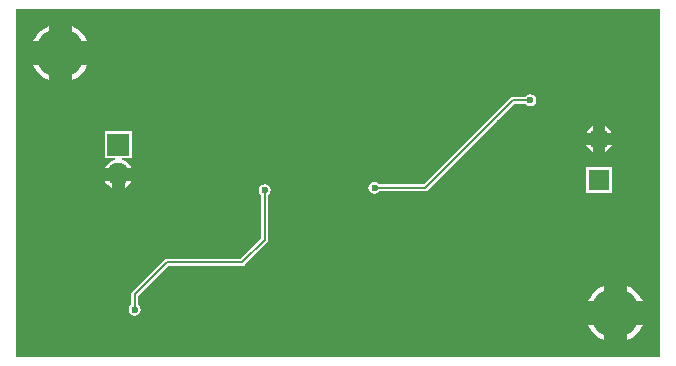
<source format=gbl>
G04*
G04 #@! TF.GenerationSoftware,Altium Limited,Altium Designer,19.1.6 (110)*
G04*
G04 Layer_Physical_Order=2*
G04 Layer_Color=16711680*
%FSLAX43Y43*%
%MOMM*%
G71*
G01*
G75*
%ADD12C,0.200*%
%ADD32C,1.900*%
%ADD33R,1.900X1.900*%
%ADD47C,4.200*%
%ADD48C,1.800*%
%ADD49R,1.800X1.800*%
%ADD50C,0.600*%
G36*
X104745Y60255D02*
X50255D01*
Y89745D01*
X104745D01*
Y60255D01*
D02*
G37*
%LPC*%
G36*
X55000Y88300D02*
Y87000D01*
X56300D01*
X56089Y87396D01*
X55776Y87776D01*
X55396Y88089D01*
X55000Y88300D01*
D02*
G37*
G36*
X53000D02*
X52604Y88089D01*
X52224Y87776D01*
X51911Y87396D01*
X51700Y87000D01*
X53000D01*
Y88300D01*
D02*
G37*
G36*
X56300Y85000D02*
X55000D01*
Y83700D01*
X55396Y83911D01*
X55776Y84224D01*
X56089Y84604D01*
X56300Y85000D01*
D02*
G37*
G36*
X53000D02*
X51700D01*
X51911Y84604D01*
X52224Y84224D01*
X52604Y83911D01*
X53000Y83700D01*
Y85000D01*
D02*
G37*
G36*
X93800Y82510D02*
X93605Y82471D01*
X93440Y82360D01*
X93403Y82306D01*
X92300D01*
X92300Y82306D01*
X92183Y82283D01*
X92084Y82216D01*
X84773Y74906D01*
X80997D01*
X80960Y74960D01*
X80795Y75071D01*
X80600Y75110D01*
X80405Y75071D01*
X80240Y74960D01*
X80129Y74795D01*
X80090Y74600D01*
X80129Y74405D01*
X80240Y74240D01*
X80405Y74129D01*
X80600Y74090D01*
X80795Y74129D01*
X80960Y74240D01*
X80997Y74294D01*
X84900D01*
X84900Y74294D01*
X85017Y74317D01*
X85116Y74384D01*
X92427Y81694D01*
X93403D01*
X93440Y81640D01*
X93605Y81529D01*
X93800Y81490D01*
X93995Y81529D01*
X94160Y81640D01*
X94271Y81805D01*
X94310Y82000D01*
X94271Y82195D01*
X94160Y82360D01*
X93995Y82471D01*
X93800Y82510D01*
D02*
G37*
G36*
X100100Y79842D02*
Y79250D01*
X100692D01*
X100648Y79355D01*
X100456Y79606D01*
X100205Y79798D01*
X100100Y79842D01*
D02*
G37*
G36*
X99100D02*
X98995Y79798D01*
X98744Y79606D01*
X98552Y79355D01*
X98508Y79250D01*
X99100D01*
Y79842D01*
D02*
G37*
G36*
X100692Y78250D02*
X100100D01*
Y77658D01*
X100205Y77702D01*
X100456Y77894D01*
X100648Y78145D01*
X100692Y78250D01*
D02*
G37*
G36*
X99100D02*
X98508D01*
X98552Y78145D01*
X98744Y77894D01*
X98995Y77702D01*
X99100Y77658D01*
Y78250D01*
D02*
G37*
G36*
X60050Y79400D02*
X57750D01*
Y77100D01*
X58605D01*
X58613Y76973D01*
X58574Y76968D01*
X58270Y76842D01*
X58008Y76642D01*
X57808Y76380D01*
X57775Y76300D01*
X58900D01*
X60025D01*
X59992Y76380D01*
X59792Y76642D01*
X59530Y76842D01*
X59226Y76968D01*
X59187Y76973D01*
X59195Y77100D01*
X60050D01*
Y79400D01*
D02*
G37*
G36*
X58350Y75200D02*
X57775D01*
X57808Y75120D01*
X58008Y74858D01*
X58270Y74658D01*
X58350Y74625D01*
Y75200D01*
D02*
G37*
G36*
X60025D02*
X59450D01*
Y74625D01*
X59530Y74658D01*
X59792Y74858D01*
X59992Y75120D01*
X60025Y75200D01*
D02*
G37*
G36*
X100700Y76350D02*
X98500D01*
Y74150D01*
X100700D01*
Y76350D01*
D02*
G37*
G36*
X71300Y74910D02*
X71105Y74871D01*
X70940Y74760D01*
X70829Y74595D01*
X70790Y74400D01*
X70829Y74205D01*
X70940Y74040D01*
X70994Y74003D01*
Y70327D01*
X69273Y68606D01*
X63000D01*
X62883Y68583D01*
X62784Y68516D01*
X60084Y65816D01*
X60017Y65717D01*
X59994Y65600D01*
X59994Y65600D01*
Y64697D01*
X59940Y64660D01*
X59829Y64495D01*
X59790Y64300D01*
X59829Y64105D01*
X59940Y63940D01*
X60105Y63829D01*
X60300Y63790D01*
X60495Y63829D01*
X60660Y63940D01*
X60771Y64105D01*
X60810Y64300D01*
X60771Y64495D01*
X60660Y64660D01*
X60606Y64697D01*
Y65473D01*
X63127Y67994D01*
X69400D01*
X69400Y67994D01*
X69517Y68017D01*
X69616Y68084D01*
X71516Y69984D01*
X71516Y69984D01*
X71583Y70083D01*
X71606Y70200D01*
X71606Y70200D01*
Y74003D01*
X71660Y74040D01*
X71771Y74205D01*
X71810Y74400D01*
X71771Y74595D01*
X71660Y74760D01*
X71495Y74871D01*
X71300Y74910D01*
D02*
G37*
G36*
X102000Y66300D02*
Y65000D01*
X103300D01*
X103089Y65396D01*
X102776Y65776D01*
X102396Y66089D01*
X102000Y66300D01*
D02*
G37*
G36*
X100000D02*
X99604Y66089D01*
X99224Y65776D01*
X98911Y65396D01*
X98700Y65000D01*
X100000D01*
Y66300D01*
D02*
G37*
G36*
X103300Y63000D02*
X102000D01*
Y61700D01*
X102396Y61911D01*
X102776Y62224D01*
X103089Y62604D01*
X103300Y63000D01*
D02*
G37*
G36*
X100000D02*
X98700D01*
X98911Y62604D01*
X99224Y62224D01*
X99604Y61911D01*
X100000Y61700D01*
Y63000D01*
D02*
G37*
%LPD*%
D12*
X60300Y64300D02*
Y65600D01*
X63000Y68300D01*
X69400D01*
X71300Y70200D01*
Y74400D01*
X84900Y74600D02*
X92300Y82000D01*
X80600Y74600D02*
X84900D01*
X92300Y82000D02*
X93800D01*
D32*
X58900Y75750D02*
D03*
D33*
Y78250D02*
D03*
D47*
X101000Y64000D02*
D03*
X54000Y86000D02*
D03*
D48*
X99600Y78750D02*
D03*
D49*
Y75250D02*
D03*
D50*
X62700Y82100D02*
D03*
X64100D02*
D03*
X65200D02*
D03*
X66300D02*
D03*
Y81100D02*
D03*
Y80200D02*
D03*
X66000Y79300D02*
D03*
Y78500D02*
D03*
Y77600D02*
D03*
X65100D02*
D03*
X64200D02*
D03*
X61900Y74300D02*
D03*
Y73400D02*
D03*
Y72600D02*
D03*
Y71800D02*
D03*
X66100Y71900D02*
D03*
X70300Y71100D02*
D03*
Y72700D02*
D03*
Y73500D02*
D03*
Y71900D02*
D03*
X69500Y71100D02*
D03*
X68700D02*
D03*
X67900D02*
D03*
X67000D02*
D03*
X66100D02*
D03*
Y74200D02*
D03*
Y73400D02*
D03*
Y72600D02*
D03*
X65200Y71100D02*
D03*
X64300D02*
D03*
X63300D02*
D03*
X62500D02*
D03*
X77700Y72400D02*
D03*
X76800D02*
D03*
X75600D02*
D03*
X74700D02*
D03*
X77700Y73100D02*
D03*
X76800D02*
D03*
X75600D02*
D03*
X74700D02*
D03*
X77700Y77300D02*
D03*
X76800D02*
D03*
X75700D02*
D03*
X74700D02*
D03*
X77700Y78000D02*
D03*
X76800D02*
D03*
X75700D02*
D03*
X74700D02*
D03*
X91200Y80100D02*
D03*
X91800Y79600D02*
D03*
Y78900D02*
D03*
Y78100D02*
D03*
X89200Y80200D02*
D03*
X88400D02*
D03*
X87600Y78600D02*
D03*
Y79500D02*
D03*
Y80200D02*
D03*
X86700D02*
D03*
X85900D02*
D03*
X85100D02*
D03*
X84300D02*
D03*
X83400D02*
D03*
Y79000D02*
D03*
Y78200D02*
D03*
Y77400D02*
D03*
X88600Y70900D02*
D03*
X86400Y71600D02*
D03*
X85100Y70900D02*
D03*
X84400D02*
D03*
X81400Y72500D02*
D03*
X83800Y71900D02*
D03*
X89300Y73100D02*
D03*
Y70900D02*
D03*
Y71700D02*
D03*
Y72400D02*
D03*
X87900Y70900D02*
D03*
X87200D02*
D03*
X86500D02*
D03*
X85800D02*
D03*
X83700Y71100D02*
D03*
X82900D02*
D03*
X82200D02*
D03*
X81400D02*
D03*
Y71800D02*
D03*
X78300Y68600D02*
D03*
X77400D02*
D03*
X76500D02*
D03*
X75600D02*
D03*
Y69400D02*
D03*
Y70200D02*
D03*
X77100Y73900D02*
D03*
X76100D02*
D03*
X75100D02*
D03*
X77100Y74700D02*
D03*
X76100D02*
D03*
X75100D02*
D03*
X77100Y75600D02*
D03*
X76100D02*
D03*
X75100D02*
D03*
X77100Y76500D02*
D03*
X76100D02*
D03*
X75100D02*
D03*
X80600Y74600D02*
D03*
X93800Y82000D02*
D03*
X71300Y74400D02*
D03*
X60300Y64300D02*
D03*
M02*

</source>
